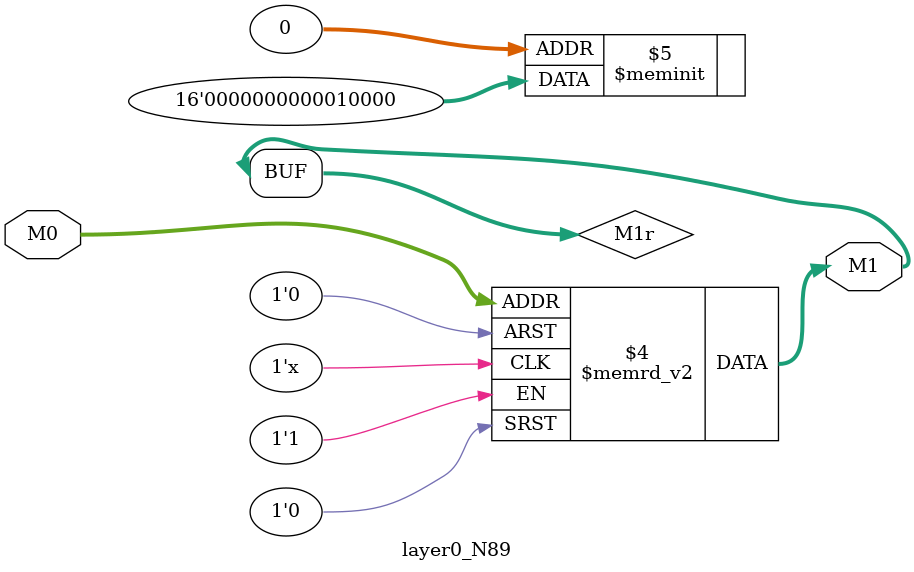
<source format=v>
module layer0_N89 ( input [2:0] M0, output [1:0] M1 );

	(*rom_style = "distributed" *) reg [1:0] M1r;
	assign M1 = M1r;
	always @ (M0) begin
		case (M0)
			3'b000: M1r = 2'b00;
			3'b100: M1r = 2'b00;
			3'b010: M1r = 2'b01;
			3'b110: M1r = 2'b00;
			3'b001: M1r = 2'b00;
			3'b101: M1r = 2'b00;
			3'b011: M1r = 2'b00;
			3'b111: M1r = 2'b00;

		endcase
	end
endmodule

</source>
